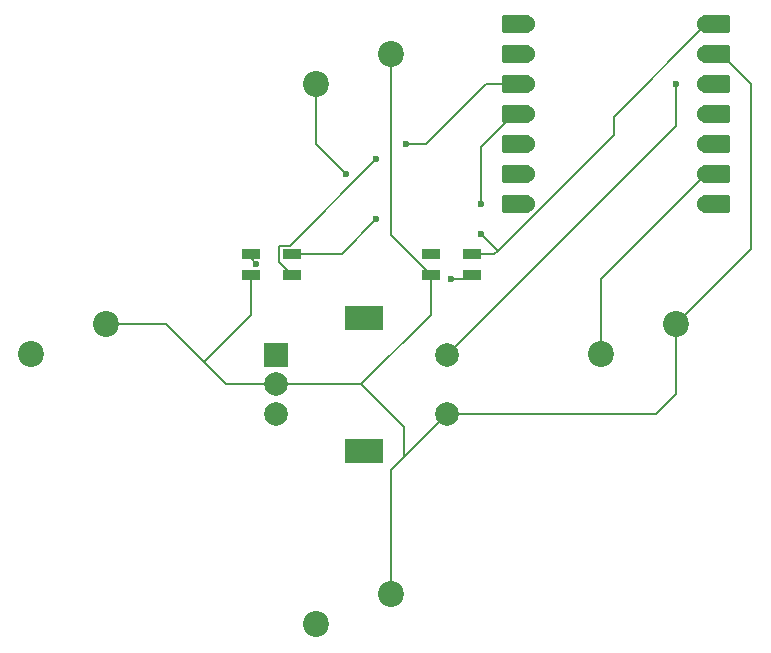
<source format=gbr>
%TF.GenerationSoftware,KiCad,Pcbnew,9.0.5*%
%TF.CreationDate,2025-11-19T17:56:50+08:00*%
%TF.ProjectId,Hackpad Project,4861636b-7061-4642-9050-726f6a656374,rev?*%
%TF.SameCoordinates,Original*%
%TF.FileFunction,Copper,L1,Top*%
%TF.FilePolarity,Positive*%
%FSLAX46Y46*%
G04 Gerber Fmt 4.6, Leading zero omitted, Abs format (unit mm)*
G04 Created by KiCad (PCBNEW 9.0.5) date 2025-11-19 17:56:50*
%MOMM*%
%LPD*%
G01*
G04 APERTURE LIST*
G04 Aperture macros list*
%AMRoundRect*
0 Rectangle with rounded corners*
0 $1 Rounding radius*
0 $2 $3 $4 $5 $6 $7 $8 $9 X,Y pos of 4 corners*
0 Add a 4 corners polygon primitive as box body*
4,1,4,$2,$3,$4,$5,$6,$7,$8,$9,$2,$3,0*
0 Add four circle primitives for the rounded corners*
1,1,$1+$1,$2,$3*
1,1,$1+$1,$4,$5*
1,1,$1+$1,$6,$7*
1,1,$1+$1,$8,$9*
0 Add four rect primitives between the rounded corners*
20,1,$1+$1,$2,$3,$4,$5,0*
20,1,$1+$1,$4,$5,$6,$7,0*
20,1,$1+$1,$6,$7,$8,$9,0*
20,1,$1+$1,$8,$9,$2,$3,0*%
G04 Aperture macros list end*
%TA.AperFunction,SMDPad,CuDef*%
%ADD10RoundRect,0.152400X1.063600X0.609600X-1.063600X0.609600X-1.063600X-0.609600X1.063600X-0.609600X0*%
%TD*%
%TA.AperFunction,ComponentPad*%
%ADD11C,1.524000*%
%TD*%
%TA.AperFunction,SMDPad,CuDef*%
%ADD12RoundRect,0.152400X-1.063600X-0.609600X1.063600X-0.609600X1.063600X0.609600X-1.063600X0.609600X0*%
%TD*%
%TA.AperFunction,ComponentPad*%
%ADD13C,2.200000*%
%TD*%
%TA.AperFunction,ComponentPad*%
%ADD14R,2.000000X2.000000*%
%TD*%
%TA.AperFunction,ComponentPad*%
%ADD15C,2.000000*%
%TD*%
%TA.AperFunction,ComponentPad*%
%ADD16R,3.200000X2.000000*%
%TD*%
%TA.AperFunction,SMDPad,CuDef*%
%ADD17R,1.600000X0.850000*%
%TD*%
%TA.AperFunction,ViaPad*%
%ADD18C,0.600000*%
%TD*%
%TA.AperFunction,Conductor*%
%ADD19C,0.200000*%
%TD*%
G04 APERTURE END LIST*
D10*
%TO.P,U1,1,GPIO26/ADC0/A0*%
%TO.N,unconnected-(U1-GPIO26{slash}ADC0{slash}A0-Pad1)*%
X122355000Y-54610000D03*
D11*
X123190000Y-54610000D03*
D10*
%TO.P,U1,2,GPIO27/ADC1/A1*%
%TO.N,Net-(U1-GPIO27{slash}ADC1{slash}A1)*%
X122355000Y-57150000D03*
D11*
X123190000Y-57150000D03*
D10*
%TO.P,U1,3,GPIO28/ADC2/A2*%
%TO.N,Net-(U1-GPIO28{slash}ADC2{slash}A2)*%
X122355000Y-59690000D03*
D11*
X123190000Y-59690000D03*
D10*
%TO.P,U1,4,GPIO29/ADC3/A3*%
%TO.N,Net-(U1-GPIO29{slash}ADC3{slash}A3)*%
X122355000Y-62230000D03*
D11*
X123190000Y-62230000D03*
D10*
%TO.P,U1,5,GPIO6/SDA*%
%TO.N,Net-(D1-DIN)*%
X122355000Y-64770000D03*
D11*
X123190000Y-64770000D03*
D10*
%TO.P,U1,6,GPIO7/SCL*%
%TO.N,unconnected-(U1-GPIO7{slash}SCL-Pad6)*%
X122355000Y-67310000D03*
D11*
X123190000Y-67310000D03*
D10*
%TO.P,U1,7,GPIO0/TX*%
%TO.N,unconnected-(U1-GPIO0{slash}TX-Pad7)*%
X122355000Y-69850000D03*
D11*
X123190000Y-69850000D03*
%TO.P,U1,8,GPIO1/RX*%
%TO.N,Net-(U1-GPIO1{slash}RX)*%
X138430000Y-69850000D03*
D12*
X139265000Y-69850000D03*
D11*
%TO.P,U1,9,GPIO2/SCK*%
%TO.N,Net-(U1-GPIO2{slash}SCK)*%
X138430000Y-67310000D03*
D12*
X139265000Y-67310000D03*
D11*
%TO.P,U1,10,GPIO4/MISO*%
%TO.N,Net-(U1-GPIO4{slash}MISO)*%
X138430000Y-64770000D03*
D12*
X139265000Y-64770000D03*
D11*
%TO.P,U1,11,GPIO3/MOSI*%
%TO.N,Net-(U1-GPIO3{slash}MOSI)*%
X138430000Y-62230000D03*
D12*
X139265000Y-62230000D03*
D11*
%TO.P,U1,12,3V3*%
%TO.N,unconnected-(U1-3V3-Pad12)*%
X138430000Y-59690000D03*
D12*
X139265000Y-59690000D03*
D11*
%TO.P,U1,13,GND*%
%TO.N,GND*%
X138430000Y-57150000D03*
D12*
X139265000Y-57150000D03*
D11*
%TO.P,U1,14,VBUS*%
%TO.N,+5V*%
X138430000Y-54610000D03*
D12*
X139265000Y-54610000D03*
%TD*%
D13*
%TO.P,SW2,1,1*%
%TO.N,GND*%
X135890000Y-80010000D03*
%TO.P,SW2,2,2*%
%TO.N,Net-(U1-GPIO2{slash}SCK)*%
X129540000Y-82550000D03*
%TD*%
D14*
%TO.P,SW5,A,A*%
%TO.N,Net-(U1-GPIO29{slash}ADC3{slash}A3)*%
X101970000Y-82590000D03*
D15*
%TO.P,SW5,B,B*%
%TO.N,Net-(U1-GPIO28{slash}ADC2{slash}A2)*%
X101970000Y-87590000D03*
%TO.P,SW5,C,C*%
%TO.N,GND*%
X101970000Y-85090000D03*
D16*
%TO.P,SW5,MP*%
%TO.N,N/C*%
X109470000Y-79490000D03*
X109470000Y-90690000D03*
D15*
%TO.P,SW5,S1,S1*%
%TO.N,GND*%
X116470000Y-87590000D03*
%TO.P,SW5,S2,S2*%
%TO.N,Net-(U1-GPIO27{slash}ADC1{slash}A1)*%
X116470000Y-82590000D03*
%TD*%
D13*
%TO.P,SW4,1,1*%
%TO.N,GND*%
X87630000Y-80010000D03*
%TO.P,SW4,2,2*%
%TO.N,Net-(U1-GPIO3{slash}MOSI)*%
X81280000Y-82550000D03*
%TD*%
%TO.P,SW1,1,1*%
%TO.N,GND*%
X111760000Y-57150000D03*
%TO.P,SW1,2,2*%
%TO.N,Net-(U1-GPIO1{slash}RX)*%
X105410000Y-59690000D03*
%TD*%
%TO.P,SW3,1,1*%
%TO.N,GND*%
X111760000Y-102870000D03*
%TO.P,SW3,2,2*%
%TO.N,Net-(U1-GPIO4{slash}MISO)*%
X105410000Y-105410000D03*
%TD*%
D17*
%TO.P,D2,1,DOUT*%
%TO.N,unconnected-(D2-DOUT-Pad1)*%
X115090000Y-74055000D03*
%TO.P,D2,2,VSS*%
%TO.N,GND*%
X115090000Y-75805000D03*
%TO.P,D2,3,DIN*%
%TO.N,Net-(D1-DOUT)*%
X118590000Y-75805000D03*
%TO.P,D2,4,VDD*%
%TO.N,+5V*%
X118590000Y-74055000D03*
%TD*%
%TO.P,D1,1,DOUT*%
%TO.N,Net-(D1-DOUT)*%
X99850000Y-74055000D03*
%TO.P,D1,2,VSS*%
%TO.N,GND*%
X99850000Y-75805000D03*
%TO.P,D1,3,DIN*%
%TO.N,Net-(D1-DIN)*%
X103350000Y-75805000D03*
%TO.P,D1,4,VDD*%
%TO.N,+5V*%
X103350000Y-74055000D03*
%TD*%
D18*
%TO.N,Net-(D1-DOUT)*%
X100330000Y-74879998D03*
X116840000Y-76200000D03*
%TO.N,Net-(D1-DIN)*%
X110490000Y-66040000D03*
%TO.N,+5V*%
X110490000Y-71120000D03*
X119380000Y-72390000D03*
%TO.N,Net-(U1-GPIO1{slash}RX)*%
X107950000Y-67310000D03*
%TO.N,Net-(U1-GPIO28{slash}ADC2{slash}A2)*%
X113030000Y-64770000D03*
%TO.N,Net-(U1-GPIO29{slash}ADC3{slash}A3)*%
X119380000Y-69850000D03*
%TO.N,Net-(U1-GPIO27{slash}ADC1{slash}A1)*%
X135890000Y-59690000D03*
%TD*%
D19*
%TO.N,Net-(D1-DOUT)*%
X118195000Y-76200000D02*
X118590000Y-75805000D01*
X99850000Y-74055000D02*
X99850000Y-74399998D01*
X116840000Y-76200000D02*
X118195000Y-76200000D01*
X99850000Y-74399998D02*
X100330000Y-74879998D01*
%TO.N,Net-(D1-DIN)*%
X103201000Y-73329000D02*
X110490000Y-66040000D01*
X103350000Y-75805000D02*
X102249000Y-74704000D01*
X102249000Y-73329000D02*
X103201000Y-73329000D01*
X102249000Y-74704000D02*
X102249000Y-73329000D01*
%TO.N,GND*%
X116470000Y-87590000D02*
X134174816Y-87590000D01*
X112825000Y-91235000D02*
X116470000Y-87590000D01*
X111760000Y-72475000D02*
X115090000Y-75805000D01*
X139700000Y-57150000D02*
X142240000Y-59690000D01*
X111760000Y-92300000D02*
X112825000Y-91235000D01*
X111760000Y-57150000D02*
X111760000Y-72475000D01*
X138430000Y-57150000D02*
X139700000Y-57150000D01*
X99850000Y-79220000D02*
X95885000Y-83185000D01*
X142240000Y-59690000D02*
X142240000Y-73660000D01*
X99850000Y-75805000D02*
X99850000Y-79220000D01*
X115090000Y-79220000D02*
X115090000Y-75805000D01*
X142240000Y-73660000D02*
X135890000Y-80010000D01*
X134174816Y-87590000D02*
X135890000Y-85874816D01*
X87630000Y-80010000D02*
X92710000Y-80010000D01*
X95885000Y-83185000D02*
X97790000Y-85090000D01*
X101970000Y-85090000D02*
X109220000Y-85090000D01*
X112825000Y-88695000D02*
X112825000Y-91235000D01*
X135890000Y-85874816D02*
X135890000Y-80010000D01*
X109220000Y-85090000D02*
X115090000Y-79220000D01*
X109220000Y-85090000D02*
X112825000Y-88695000D01*
X92710000Y-80010000D02*
X95885000Y-83185000D01*
X111760000Y-102870000D02*
X111760000Y-92300000D01*
X97790000Y-85090000D02*
X101970000Y-85090000D01*
%TO.N,+5V*%
X107555000Y-74055000D02*
X110490000Y-71120000D01*
X120766655Y-73776655D02*
X120488310Y-74055000D01*
X119380000Y-72390000D02*
X120766655Y-73776655D01*
X138430000Y-54610000D02*
X130603000Y-62437000D01*
X103350000Y-74055000D02*
X107555000Y-74055000D01*
X120488310Y-74055000D02*
X118590000Y-74055000D01*
X130603000Y-63940310D02*
X120766655Y-73776655D01*
X130603000Y-62437000D02*
X130603000Y-63940310D01*
%TO.N,Net-(U1-GPIO1{slash}RX)*%
X107950000Y-67310000D02*
X105410000Y-64770000D01*
X105410000Y-64770000D02*
X105410000Y-59690000D01*
%TO.N,Net-(U1-GPIO2{slash}SCK)*%
X129540000Y-76200000D02*
X138430000Y-67310000D01*
X129540000Y-82550000D02*
X129540000Y-76200000D01*
%TO.N,Net-(U1-GPIO28{slash}ADC2{slash}A2)*%
X119781000Y-59690000D02*
X114701000Y-64770000D01*
X123190000Y-59690000D02*
X119781000Y-59690000D01*
X114701000Y-64770000D02*
X113030000Y-64770000D01*
%TO.N,Net-(U1-GPIO29{slash}ADC3{slash}A3)*%
X123190000Y-62230000D02*
X122112370Y-62230000D01*
X122112370Y-62230000D02*
X119380000Y-64962370D01*
X119380000Y-64962370D02*
X119380000Y-69850000D01*
%TO.N,Net-(U1-GPIO27{slash}ADC1{slash}A1)*%
X135890000Y-63170000D02*
X135890000Y-59690000D01*
X116470000Y-82590000D02*
X135890000Y-63170000D01*
%TD*%
M02*

</source>
